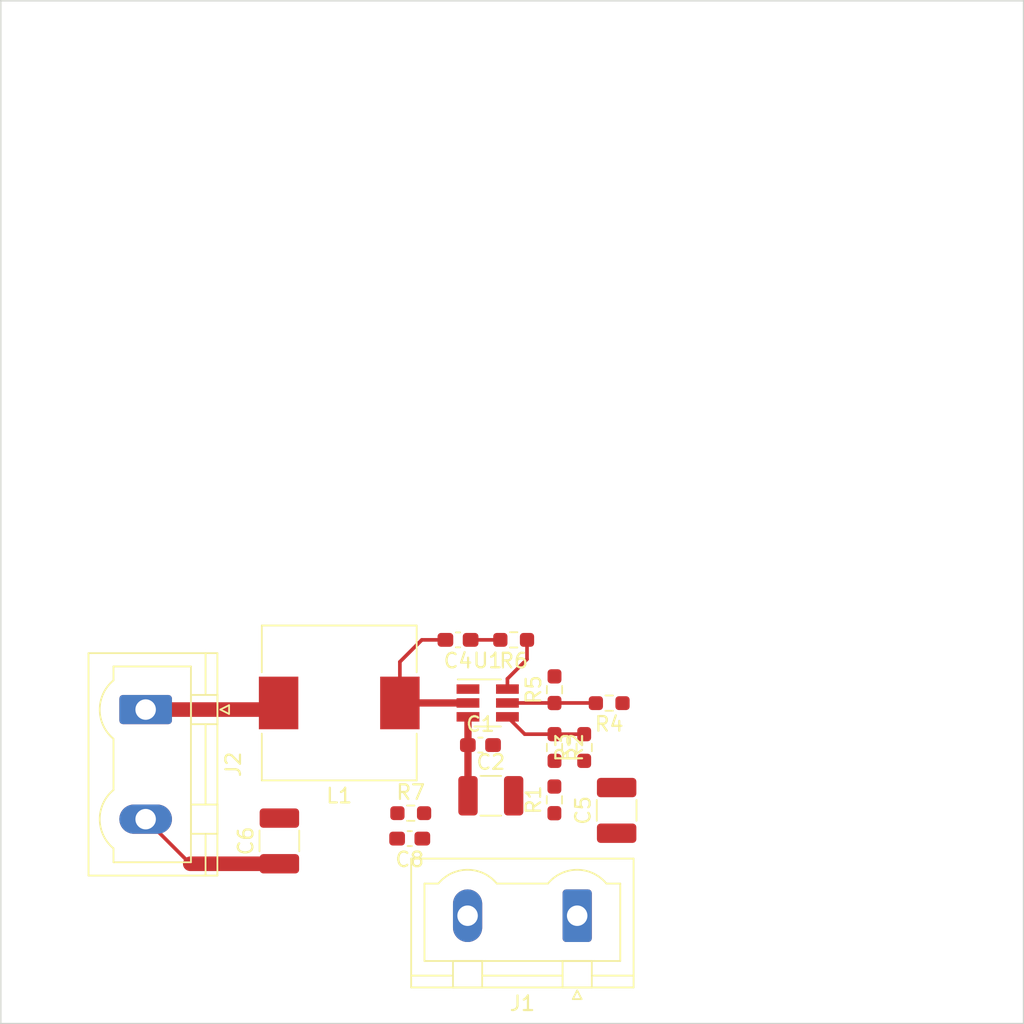
<source format=kicad_pcb>
(kicad_pcb (version 20221018) (generator pcbnew)
  (layers (0 "F.Cu" signal) (31 "B.Cu" signal) (34 "B.Paste" user) (35 "F.Paste" user) (36 "B.SilkS" user "B.Silkscreen") (37 "F.SilkS" user "F.Silkscreen") (38 "B.Mask" user) (39 "F.Mask" user) (44 "Edge.Cuts" user))
  (net 0 "")
  (net 1 "/VIN")
  (net 2 "GND")
  (net 3 "Net-(C4-Pad1)")
  (net 4 "/SW")
  (net 5 "Net-(J2-Pin_1)")
  (net 6 "/VSENSE")
  (net 7 "Net-(C8-Pad2)")
  (net 8 "Net-(R1-Pad1)")
  (net 9 "/EN")
  (net 10 "/BOOT")
  (footprint "Resistor_SMD:R_0603_1608Metric_Pad0.98x0.95mm_HandSolder" (layer "F.Cu") (at 72.898 86.106 -90)
    (fp_text reference "R2" (at 0 -1.43 90) (layer "F.SilkS"))
    (fp_text value "100k")
    (fp_line (start -0.254724 -0.5225) (end 0.254724 -0.5225) (stroke (width 0.12)) (layer "F.SilkS"))
    (fp_line (start -0.254724 0.5225) (end 0.254724 0.5225) (stroke (width 0.12)) (layer "F.SilkS"))
    (pad "1" smd roundrect (at -0.9125 0 270) (size 0.975 0.95) (layers "F.Cu" "F.Paste" "F.Mask") (net 6 "/VSENSE"))
    (pad "2" smd roundrect (at 0.9125 0 270) (size 0.975 0.95) (layers "F.Cu" "F.Paste" "F.Mask") (net 8 "Net-(R1-Pad1)"))
  )
  (footprint "Capacitor_SMD:C_1210_3225Metric_Pad1.33x2.70mm_HandSolder" (layer "F.Cu") (at 77.15 90.41 90)
    (fp_text reference "C5" (at 0 -2.3 90) (layer "F.SilkS"))
    (fp_text value "22uF")
    (fp_line (start -0.711252 -1.36) (end 0.711252 -1.36) (stroke (width 0.12)) (layer "F.SilkS"))
    (fp_line (start -0.711252 1.36) (end 0.711252 1.36) (stroke (width 0.12)) (layer "F.SilkS"))
    (pad "1" smd roundrect (at -1.5625 0 90) (size 1.325 2.7) (layers "F.Cu" "F.Paste" "F.Mask") (roundrect_rratio 0.188679) (net 2 "GND"))
    (pad "2" smd roundrect (at 1.5625 0 90) (size 1.325 2.7) (layers "F.Cu" "F.Paste" "F.Mask") (roundrect_rratio 0.188679) (net 5 "Net-(J2-Pin_1)"))
  )
  (footprint "Connector_Phoenix_GMSTB:PhoenixContact_GMSTBVA_2,5_2-G_1x02_P7.50mm_Vertical" (layer "F.Cu") (at 70.76 97.6175 180)
    (fp_text reference "J1" (at 0.06 -6) (layer "F.SilkS"))
    (fp_text value "Conn_01x02")
    (fp_line (start -7.55 -4.91) (end -7.55 3.91) (stroke (width 0.12)) (layer "F.SilkS"))
    (fp_line (start -7.55 -4.1) (end -4.8 -4.1) (stroke (width 0.12)) (layer "F.SilkS"))
    (fp_line (start -7.55 3.91) (end 7.67 3.91) (stroke (width 0.12)) (layer "F.SilkS"))
    (fp_line (start -6.64 -3.1) (end 6.76 -3.1) (stroke (width 0.12)) (layer "F.SilkS"))
    (fp_line (start -6.64 2.2) (end -6.64 -3.1) (stroke (width 0.12)) (layer "F.SilkS"))
    (fp_line (start -5.69 2.2) (end -6.64 2.2) (stroke (width 0.12)) (layer "F.SilkS"))
    (fp_line (start -4.69 -4.91) (end -2.69 -4.91) (stroke (width 0.12)) (layer "F.SilkS"))
    (fp_line (start -4.69 -3.1) (end -4.69 -4.91) (stroke (width 0.12)) (layer "F.SilkS"))
    (fp_line (start -3.99 -5.71) (end -3.39 -5.71) (stroke (width 0.12)) (layer "F.SilkS"))
    (fp_line (start -3.69 -5.11) (end -3.99 -5.71) (stroke (width 0.12)) (layer "F.SilkS"))
    (fp_line (start -3.39 -5.71) (end -3.69 -5.11) (stroke (width 0.12)) (layer "F.SilkS"))
    (fp_line (start -2.69 -4.91) (end -2.69 -3.1) (stroke (width 0.12)) (layer "F.SilkS"))
    (fp_line (start -2.69 -4.1) (end 2.81 -4.1) (stroke (width 0.12)) (layer "F.SilkS"))
    (fp_line (start -2.69 -3.1) (end -4.69 -3.1) (stroke (width 0.12)) (layer "F.SilkS"))
    (fp_line (start -1.69 2.2) (end 1.81 2.2) (stroke (width 0.12)) (layer "F.SilkS"))
    (fp_line (start 2.81 -4.91) (end 4.81 -4.91) (stroke (width 0.12)) (layer "F.SilkS"))
    (fp_line (start 2.81 -3.1) (end 2.81 -4.91) (stroke (width 0.12)) (layer "F.SilkS"))
    (fp_line (start 4.81 -4.91) (end 4.81 -3.1) (stroke (width 0.12)) (layer "F.SilkS"))
    (fp_line (start 4.81 -3.1) (end 2.81 -3.1) (stroke (width 0.12)) (layer "F.SilkS"))
    (fp_line (start 6.76 -3.1) (end 6.76 2.2) (stroke (width 0.12)) (layer "F.SilkS"))
    (fp_line (start 6.76 2.2) (end 5.81 2.2) (stroke (width 0.12)) (layer "F.SilkS"))
    (fp_line (start 7.67 -4.91) (end -7.55 -4.91) (stroke (width 0.12)) (layer "F.SilkS"))
    (fp_line (start 7.67 -4.1) (end 4.92 -4.1) (stroke (width 0.12)) (layer "F.SilkS"))
    (fp_line (start 7.67 3.91) (end 7.67 -4.91) (stroke (width 0.12)) (layer "F.SilkS"))
    (fp_arc (start -1.703158 2.215821) (mid -3.700289 3.142758) (end -5.69 2.2) (stroke (width 0.12)) (layer "F.SilkS"))
    (fp_arc (start 5.796842 2.215821) (mid 3.799711 3.142758) (end 1.81 2.2) (stroke (width 0.12)) (layer "F.SilkS"))
    (pad "1" thru_hole roundrect (at -3.69 0 180) (size 2 3.6) (drill 1.4) (layers "*.Cu" "*.Mask") (roundrect_rratio 0.125) (net 2 "GND"))
    (pad "2" thru_hole oval (at 3.81 0 180) (size 2 3.6) (drill 1.4) (layers "*.Cu" "*.Mask") (net 1 "/VIN"))
  )
  (footprint "Resistor_SMD:R_0603_1608Metric_Pad0.98x0.95mm_HandSolder" (layer "F.Cu") (at 76.64 83.07 180)
    (fp_text reference "R4" (at 0 -1.43 180) (layer "F.SilkS"))
    (fp_text value "510k")
    (fp_line (start -0.254724 -0.5225) (end 0.254724 -0.5225) (stroke (width 0.12)) (layer "F.SilkS"))
    (fp_line (start -0.254724 0.5225) (end 0.254724 0.5225) (stroke (width 0.12)) (layer "F.SilkS"))
    (pad "1" smd roundrect (at -0.9125 0 180) (size 0.975 0.95) (layers "F.Cu" "F.Paste" "F.Mask") (net 1 "/VIN"))
    (pad "2" smd roundrect (at 0.9125 0 180) (size 0.975 0.95) (layers "F.Cu" "F.Paste" "F.Mask") (net 9 "/EN"))
  )
  (footprint "Resistor_SMD:R_0603_1608Metric_Pad0.98x0.95mm_HandSolder" (layer "F.Cu") (at 74.93 86.106 90)
    (fp_text reference "R3" (at 0 -1.43 90) (layer "F.SilkS"))
    (fp_text value "13.3k")
    (fp_line (start -0.254724 -0.5225) (end 0.254724 -0.5225) (stroke (width 0.12)) (layer "F.SilkS"))
    (fp_line (start -0.254724 0.5225) (end 0.254724 0.5225) (stroke (width 0.12)) (layer "F.SilkS"))
    (pad "1" smd roundrect (at -0.9125 0 90) (size 0.975 0.95) (layers "F.Cu" "F.Paste" "F.Mask") (net 2 "GND"))
    (pad "2" smd roundrect (at 0.9125 0 90) (size 0.975 0.95) (layers "F.Cu" "F.Paste" "F.Mask") (net 6 "/VSENSE"))
  )
  (footprint "Capacitor_SMD:C_0603_1608Metric_Pad1.08x0.95mm_HandSolder" (layer "F.Cu") (at 67.83 85.94)
    (fp_text reference "C1" (at 0 -1.43) (layer "F.SilkS"))
    (fp_text value "0.1uF")
    (fp_line (start -0.146267 -0.51) (end 0.146267 -0.51) (stroke (width 0.12)) (layer "F.SilkS"))
    (fp_line (start -0.146267 0.51) (end 0.146267 0.51) (stroke (width 0.12)) (layer "F.SilkS"))
    (pad "1" smd roundrect (at -0.8625 0) (size 1.075 0.95) (layers "F.Cu" "F.Paste" "F.Mask") (net 1 "/VIN"))
    (pad "2" smd roundrect (at 0.8625 0) (size 1.075 0.95) (layers "F.Cu" "F.Paste" "F.Mask") (net 2 "GND"))
  )
  (footprint "Inductor_SMD:L_10.4x10.4_H4.8" (layer "F.Cu") (at 58.166 83.058 180)
    (fp_text reference "L1" (at 0 -6.35) (layer "F.SilkS"))
    (fp_text value "15uH")
    (fp_line (start -5.3 -5.3) (end 5.3 -5.3) (stroke (width 0.12)) (layer "F.SilkS"))
    (fp_line (start -5.3 -2.1) (end -5.3 -5.3) (stroke (width 0.12)) (layer "F.SilkS"))
    (fp_line (start -5.3 5.3) (end -5.3 2.1) (stroke (width 0.12)) (layer "F.SilkS"))
    (fp_line (start 5.3 -5.3) (end 5.3 -2.1) (stroke (width 0.12)) (layer "F.SilkS"))
    (fp_line (start 5.3 2.1) (end 5.3 5.3) (stroke (width 0.12)) (layer "F.SilkS"))
    (fp_line (start 5.3 5.3) (end -5.3 5.3) (stroke (width 0.12)) (layer "F.SilkS"))
    (pad "1" smd rect (at -4.15 0 180) (size 2.7 3.6) (layers "F.Cu" "F.Paste" "F.Mask") (net 4 "/SW"))
    (pad "2" smd rect (at 4.15 0 180) (size 2.7 3.6) (layers "F.Cu" "F.Paste" "F.Mask") (net 5 "Net-(J2-Pin_1)"))
  )
  (footprint "Resistor_SMD:R_0603_1608Metric_Pad0.98x0.95mm_HandSolder" (layer "F.Cu") (at 72.898 82.15 90)
    (fp_text reference "R5" (at 0 -1.43 90) (layer "F.SilkS"))
    (fp_text value "105k")
    (fp_line (start -0.254724 -0.5225) (end 0.254724 -0.5225) (stroke (width 0.12)) (layer "F.SilkS"))
    (fp_line (start -0.254724 0.5225) (end 0.254724 0.5225) (stroke (width 0.12)) (layer "F.SilkS"))
    (pad "1" smd roundrect (at -0.9125 0 90) (size 0.975 0.95) (layers "F.Cu" "F.Paste" "F.Mask") (net 9 "/EN"))
    (pad "2" smd roundrect (at 0.9125 0 90) (size 0.975 0.95) (layers "F.Cu" "F.Paste" "F.Mask") (net 2 "GND"))
  )
  (footprint "Resistor_SMD:R_0603_1608Metric_Pad0.98x0.95mm_HandSolder" (layer "F.Cu") (at 72.89 89.69 90)
    (fp_text reference "R1" (at 0 -1.43 90) (layer "F.SilkS"))
    (fp_text value "49.9")
    (fp_line (start -0.254724 -0.5225) (end 0.254724 -0.5225) (stroke (width 0.12)) (layer "F.SilkS"))
    (fp_line (start -0.254724 0.5225) (end 0.254724 0.5225) (stroke (width 0.12)) (layer "F.SilkS"))
    (pad "1" smd roundrect (at -0.9125 0 90) (size 0.975 0.95) (layers "F.Cu" "F.Paste" "F.Mask") (net 8 "Net-(R1-Pad1)"))
    (pad "2" smd roundrect (at 0.9125 0 90) (size 0.975 0.95) (layers "F.Cu" "F.Paste" "F.Mask") (net 5 "Net-(J2-Pin_1)"))
  )
  (footprint "Capacitor_SMD:C_1210_3225Metric_Pad1.33x2.70mm_HandSolder" (layer "F.Cu") (at 68.54 89.41)
    (fp_text reference "C2" (at 0 -2.3) (layer "F.SilkS"))
    (fp_text value "10uF")
    (fp_line (start -0.711252 -1.36) (end 0.711252 -1.36) (stroke (width 0.12)) (layer "F.SilkS"))
    (fp_line (start -0.711252 1.36) (end 0.711252 1.36) (stroke (width 0.12)) (layer "F.SilkS"))
    (pad "1" smd roundrect (at -1.5625 0) (size 1.325 2.7) (layers "F.Cu" "F.Paste" "F.Mask") (roundrect_rratio 0.188679) (net 1 "/VIN"))
    (pad "2" smd roundrect (at 1.5625 0) (size 1.325 2.7) (layers "F.Cu" "F.Paste" "F.Mask") (roundrect_rratio 0.188679) (net 2 "GND"))
  )
  (footprint "Package_TO_SOT_SMD:SOT-23-6_Handsoldering" (layer "F.Cu") (at 68.326 83.058)
    (fp_text reference "U1" (at 0 -2.9) (layer "F.SilkS"))
    (fp_text value "~")
    (fp_line (start -0.9 1.61) (end 0.9 1.61) (stroke (width 0.12)) (layer "F.SilkS"))
    (fp_line (start 0.9 -1.61) (end -2.05 -1.61) (stroke (width 0.12)) (layer "F.SilkS"))
    (pad "1" smd rect (at -1.35 -0.95) (size 1.56 0.65) (layers "F.Cu" "F.Paste" "F.Mask") (net 2 "GND"))
    (pad "2" smd rect (at -1.35 0) (size 1.56 0.65) (layers "F.Cu" "F.Paste" "F.Mask") (net 4 "/SW"))
    (pad "3" smd rect (at -1.35 0.95) (size 1.56 0.65) (layers "F.Cu" "F.Paste" "F.Mask") (net 1 "/VIN"))
    (pad "4" smd rect (at 1.35 0.95) (size 1.56 0.65) (layers "F.Cu" "F.Paste" "F.Mask") (net 6 "/VSENSE"))
    (pad "5" smd rect (at 1.35 0) (size 1.56 0.65) (layers "F.Cu" "F.Paste" "F.Mask") (net 9 "/EN"))
    (pad "6" smd rect (at 1.35 -0.95) (size 1.56 0.65) (layers "F.Cu" "F.Paste" "F.Mask") (net 10 "/BOOT"))
  )
  (footprint "Capacitor_SMD:C_0603_1608Metric_Pad1.08x0.95mm_HandSolder" (layer "F.Cu") (at 66.294 78.74 180)
    (fp_text reference "C4" (at 0 -1.43) (layer "F.SilkS"))
    (fp_text value "0.1uF")
    (fp_line (start -0.146267 -0.51) (end 0.146267 -0.51) (stroke (width 0.12)) (layer "F.SilkS"))
    (fp_line (start -0.146267 0.51) (end 0.146267 0.51) (stroke (width 0.12)) (layer "F.SilkS"))
    (pad "1" smd roundrect (at -0.8625 0 180) (size 1.075 0.95) (layers "F.Cu" "F.Paste" "F.Mask") (net 3 "Net-(C4-Pad1)"))
    (pad "2" smd roundrect (at 0.8625 0 180) (size 1.075 0.95) (layers "F.Cu" "F.Paste" "F.Mask") (net 4 "/SW"))
  )
  (footprint "Resistor_SMD:R_0603_1608Metric_Pad0.98x0.95mm_HandSolder" (layer "F.Cu") (at 70.104 78.74 180)
    (fp_text reference "R6" (at 0 -1.43) (layer "F.SilkS"))
    (fp_text value "0")
    (fp_line (start -0.254724 -0.5225) (end 0.254724 -0.5225) (stroke (width 0.12)) (layer "F.SilkS"))
    (fp_line (start -0.254724 0.5225) (end 0.254724 0.5225) (stroke (width 0.12)) (layer "F.SilkS"))
    (pad "1" smd roundrect (at -0.9125 0 180) (size 0.975 0.95) (layers "F.Cu" "F.Paste" "F.Mask") (net 10 "/BOOT"))
    (pad "2" smd roundrect (at 0.9125 0 180) (size 0.975 0.95) (layers "F.Cu" "F.Paste" "F.Mask") (net 3 "Net-(C4-Pad1)"))
  )
  (footprint "Capacitor_SMD:C_0603_1608Metric_Pad1.08x0.95mm_HandSolder" (layer "F.Cu") (at 62.99 92.34 180)
    (fp_text reference "C8" (at 0 -1.43 180) (layer "F.SilkS"))
    (fp_text value "75pF")
    (fp_line (start -0.146267 -0.51) (end 0.146267 -0.51) (stroke (width 0.12)) (layer "F.SilkS"))
    (fp_line (start -0.146267 0.51) (end 0.146267 0.51) (stroke (width 0.12)) (layer "F.SilkS"))
    (pad "1" smd roundrect (at -0.8625 0 180) (size 1.075 0.95) (layers "F.Cu" "F.Paste" "F.Mask") (net 6 "/VSENSE"))
    (pad "2" smd roundrect (at 0.8625 0 180) (size 1.075 0.95) (layers "F.Cu" "F.Paste" "F.Mask") (net 7 "Net-(C8-Pad2)"))
  )
  (footprint "Capacitor_SMD:C_1210_3225Metric_Pad1.33x2.70mm_HandSolder" (layer "F.Cu") (at 54.07 92.5 90)
    (fp_text reference "C6" (at 0 -2.3 90) (layer "F.SilkS"))
    (fp_text value "22uF")
    (fp_line (start -0.711252 -1.36) (end 0.711252 -1.36) (stroke (width 0.12)) (layer "F.SilkS"))
    (fp_line (start -0.711252 1.36) (end 0.711252 1.36) (stroke (width 0.12)) (layer "F.SilkS"))
    (pad "1" smd roundrect (at -1.5625 0 90) (size 1.325 2.7) (layers "F.Cu" "F.Paste" "F.Mask") (roundrect_rratio 0.188679) (net 2 "GND"))
    (pad "2" smd roundrect (at 1.5625 0 90) (size 1.325 2.7) (layers "F.Cu" "F.Paste" "F.Mask") (roundrect_rratio 0.188679) (net 5 "Net-(J2-Pin_1)"))
  )
  (footprint "Resistor_SMD:R_0603_1608Metric_Pad0.98x0.95mm_HandSolder" (layer "F.Cu") (at 63.06 90.6)
    (fp_text reference "R7" (at 0 -1.43 -180) (layer "F.SilkS"))
    (fp_text value "0")
    (fp_line (start -0.254724 -0.5225) (end 0.254724 -0.5225) (stroke (width 0.12)) (layer "F.SilkS"))
    (fp_line (start -0.254724 0.5225) (end 0.254724 0.5225) (stroke (width 0.12)) (layer "F.SilkS"))
    (pad "1" smd roundrect (at -0.9125 0) (size 0.975 0.95) (layers "F.Cu" "F.Paste" "F.Mask") (net 7 "Net-(C8-Pad2)"))
    (pad "2" smd roundrect (at 0.9125 0) (size 0.975 0.95) (layers "F.Cu" "F.Paste" "F.Mask") (net 8 "Net-(R1-Pad1)"))
  )
  (footprint "Connector_Phoenix_GMSTB:PhoenixContact_GMSTBVA_2,5_2-G_1x02_P7.50mm_Vertical" (layer "F.Cu") (at 44.9175 87.2 -90)
    (fp_text reference "J2" (at 0.06 -6 90) (layer "F.SilkS"))
    (fp_text value "Conn_01x02")
    (fp_line (start -7.55 -4.91) (end -7.55 3.91) (stroke (width 0.12)) (layer "F.SilkS"))
    (fp_line (start -7.55 -4.1) (end -4.8 -4.1) (stroke (width 0.12)) (layer "F.SilkS"))
    (fp_line (start -7.55 3.91) (end 7.67 3.91) (stroke (width 0.12)) (layer "F.SilkS"))
    (fp_line (start -6.64 -3.1) (end 6.76 -3.1) (stroke (width 0.12)) (layer "F.SilkS"))
    (fp_line (start -6.64 2.2) (end -6.64 -3.1) (stroke (width 0.12)) (layer "F.SilkS"))
    (fp_line (start -5.69 2.2) (end -6.64 2.2) (stroke (width 0.12)) (layer "F.SilkS"))
    (fp_line (start -4.69 -4.91) (end -2.69 -4.91) (stroke (width 0.12)) (layer "F.SilkS"))
    (fp_line (start -4.69 -3.1) (end -4.69 -4.91) (stroke (width 0.12)) (layer "F.SilkS"))
    (fp_line (start -3.99 -5.71) (end -3.39 -5.71) (stroke (width 0.12)) (layer "F.SilkS"))
    (fp_line (start -3.69 -5.11) (end -3.99 -5.71) (stroke (width 0.12)) (layer "F.SilkS"))
    (fp_line (start -3.39 -5.71) (end -3.69 -5.11) (stroke (width 0.12)) (layer "F.SilkS"))
    (fp_line (start -2.69 -4.91) (end -2.69 -3.1) (stroke (width 0.12)) (layer "F.SilkS"))
    (fp_line (start -2.69 -4.1) (end 2.81 -4.1) (stroke (width 0.12)) (layer "F.SilkS"))
    (fp_line (start -2.69 -3.1) (end -4.69 -3.1) (stroke (width 0.12)) (layer "F.SilkS"))
    (fp_line (start -1.69 2.2) (end 1.81 2.2) (stroke (width 0.12)) (layer "F.SilkS"))
    (fp_line (start 2.81 -4.91) (end 4.81 -4.91) (stroke (width 0.12)) (layer "F.SilkS"))
    (fp_line (start 2.81 -3.1) (end 2.81 -4.91) (stroke (width 0.12)) (layer "F.SilkS"))
    (fp_line (start 4.81 -4.91) (end 4.81 -3.1) (stroke (width 0.12)) (layer "F.SilkS"))
    (fp_line (start 4.81 -3.1) (end 2.81 -3.1) (stroke (width 0.12)) (layer "F.SilkS"))
    (fp_line (start 6.76 -3.1) (end 6.76 2.2) (stroke (width 0.12)) (layer "F.SilkS"))
    (fp_line (start 6.76 2.2) (end 5.81 2.2) (stroke (width 0.12)) (layer "F.SilkS"))
    (fp_line (start 7.67 -4.91) (end -7.55 -4.91) (stroke (width 0.12)) (layer "F.SilkS"))
    (fp_line (start 7.67 -4.1) (end 4.92 -4.1) (stroke (width 0.12)) (layer "F.SilkS"))
    (fp_line (start 7.67 3.91) (end 7.67 -4.91) (stroke (width 0.12)) (layer "F.SilkS"))
    (fp_arc (start -1.703158 2.215821) (mid -3.700289 3.142758) (end -5.69 2.2) (stroke (width 0.12)) (layer "F.SilkS"))
    (fp_arc (start 5.796842 2.215821) (mid 3.799711 3.142758) (end 1.81 2.2) (stroke (width 0.12)) (layer "F.SilkS"))
    (pad "1" thru_hole roundrect (at -3.69 0 270) (size 2 3.6) (drill 1.4) (layers "*.Cu" "*.Mask") (roundrect_rratio 0.125) (net 5 "Net-(J2-Pin_1)"))
    (pad "2" thru_hole oval (at 3.81 0 270) (size 2 3.6) (drill 1.4) (layers "*.Cu" "*.Mask") (net 2 "GND"))
  )
  (gr_rect (start 35 35) (end 105 105) (stroke (width 0.1)) (fill none) (layer "Edge.Cuts"))
  (segment (start 66.976 84.008) (end 66.976 89.4085) (width 0.5) (layer "F.Cu") (net 1))
  (segment (start 66.976 89.4085) (end 66.9775 89.41) (width 0.25) (layer "F.Cu") (net 1))
  (segment (start 47.97 94.0625) (end 54.07 94.0625) (width 1) (layer "F.Cu") (net 2))
  (segment (start 44.9175 91.01) (end 47.97 94.0625) (width 0.25) (layer "F.Cu") (net 2))
  (segment (start 69.1915 78.74) (end 67.1565 78.74) (width 0.25) (layer "F.Cu") (net 3))
  (segment (start 66.976 83.058) (end 62.316 83.058) (width 0.5) (layer "F.Cu") (net 4))
  (segment (start 63.82 78.74) (end 62.316 80.244) (width 0.25) (layer "F.Cu") (net 4))
  (segment (start 62.316 80.244) (end 62.316 83.058) (width 0.25) (layer "F.Cu") (net 4))
  (segment (start 65.4315 78.74) (end 63.82 78.74) (width 0.25) (layer "F.Cu") (net 4))
  (segment (start 53.564 83.51) (end 54.016 83.058) (width 0.25) (layer "F.Cu") (net 5))
  (segment (start 44.9175 83.51) (end 53.564 83.51) (width 1) (layer "F.Cu") (net 5))
  (segment (start 74.93 85.1935) (end 72.898 85.1935) (width 0.25) (layer "F.Cu") (net 6))
  (segment (start 70.8615 85.1935) (end 72.898 85.1935) (width 0.25) (layer "F.Cu") (net 6))
  (segment (start 69.676 84.008) (end 70.8615 85.1935) (width 0.25) (layer "F.Cu") (net 6))
  (segment (start 69.676 83.058) (end 75.7155 83.058) (width 0.25) (layer "F.Cu") (net 9))
  (segment (start 75.7155 83.058) (end 75.7275 83.07) (width 0.25) (layer "F.Cu") (net 9))
  (segment (start 69.676 82.108) (end 69.676 81.404) (width 0.25) (layer "F.Cu") (net 10))
  (segment (start 71.0165 80.0635) (end 71.0165 78.74) (width 0.25) (layer "F.Cu") (net 10))
  (segment (start 69.676 81.404) (end 71.0165 80.0635) (width 0.25) (layer "F.Cu") (net 10))
)
</source>
